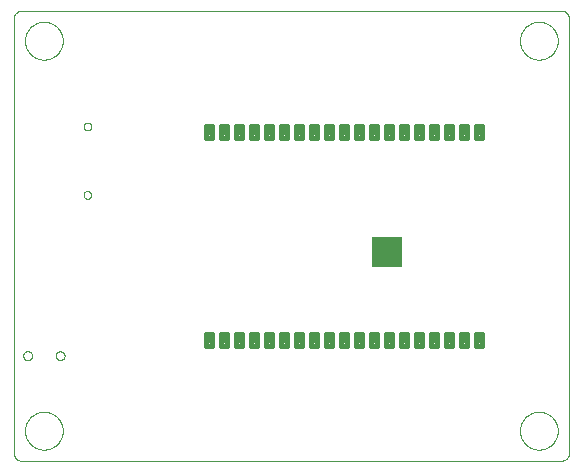
<source format=gbp>
G75*
%MOIN*%
%OFA0B0*%
%FSLAX25Y25*%
%IPPOS*%
%LPD*%
%AMOC8*
5,1,8,0,0,1.08239X$1,22.5*
%
%ADD10C,0.00000*%
%ADD11R,0.09965X0.09974*%
%ADD12C,0.01831*%
D10*
X0005343Y0035785D02*
X0185343Y0035785D01*
X0185441Y0035787D01*
X0185539Y0035793D01*
X0185637Y0035802D01*
X0185734Y0035816D01*
X0185831Y0035833D01*
X0185927Y0035854D01*
X0186022Y0035879D01*
X0186116Y0035907D01*
X0186208Y0035940D01*
X0186300Y0035975D01*
X0186390Y0036015D01*
X0186478Y0036057D01*
X0186565Y0036104D01*
X0186649Y0036153D01*
X0186732Y0036206D01*
X0186812Y0036262D01*
X0186891Y0036322D01*
X0186967Y0036384D01*
X0187040Y0036449D01*
X0187111Y0036517D01*
X0187179Y0036588D01*
X0187244Y0036661D01*
X0187306Y0036737D01*
X0187366Y0036816D01*
X0187422Y0036896D01*
X0187475Y0036979D01*
X0187524Y0037063D01*
X0187571Y0037150D01*
X0187613Y0037238D01*
X0187653Y0037328D01*
X0187688Y0037420D01*
X0187721Y0037512D01*
X0187749Y0037606D01*
X0187774Y0037701D01*
X0187795Y0037797D01*
X0187812Y0037894D01*
X0187826Y0037991D01*
X0187835Y0038089D01*
X0187841Y0038187D01*
X0187843Y0038285D01*
X0187843Y0183285D01*
X0187841Y0183383D01*
X0187835Y0183481D01*
X0187826Y0183579D01*
X0187812Y0183676D01*
X0187795Y0183773D01*
X0187774Y0183869D01*
X0187749Y0183964D01*
X0187721Y0184058D01*
X0187688Y0184150D01*
X0187653Y0184242D01*
X0187613Y0184332D01*
X0187571Y0184420D01*
X0187524Y0184507D01*
X0187475Y0184591D01*
X0187422Y0184674D01*
X0187366Y0184754D01*
X0187306Y0184833D01*
X0187244Y0184909D01*
X0187179Y0184982D01*
X0187111Y0185053D01*
X0187040Y0185121D01*
X0186967Y0185186D01*
X0186891Y0185248D01*
X0186812Y0185308D01*
X0186732Y0185364D01*
X0186649Y0185417D01*
X0186565Y0185466D01*
X0186478Y0185513D01*
X0186390Y0185555D01*
X0186300Y0185595D01*
X0186208Y0185630D01*
X0186116Y0185663D01*
X0186022Y0185691D01*
X0185927Y0185716D01*
X0185831Y0185737D01*
X0185734Y0185754D01*
X0185637Y0185768D01*
X0185539Y0185777D01*
X0185441Y0185783D01*
X0185343Y0185785D01*
X0005343Y0185785D01*
X0005245Y0185783D01*
X0005147Y0185777D01*
X0005049Y0185768D01*
X0004952Y0185754D01*
X0004855Y0185737D01*
X0004759Y0185716D01*
X0004664Y0185691D01*
X0004570Y0185663D01*
X0004478Y0185630D01*
X0004386Y0185595D01*
X0004296Y0185555D01*
X0004208Y0185513D01*
X0004121Y0185466D01*
X0004037Y0185417D01*
X0003954Y0185364D01*
X0003874Y0185308D01*
X0003795Y0185248D01*
X0003719Y0185186D01*
X0003646Y0185121D01*
X0003575Y0185053D01*
X0003507Y0184982D01*
X0003442Y0184909D01*
X0003380Y0184833D01*
X0003320Y0184754D01*
X0003264Y0184674D01*
X0003211Y0184591D01*
X0003162Y0184507D01*
X0003115Y0184420D01*
X0003073Y0184332D01*
X0003033Y0184242D01*
X0002998Y0184150D01*
X0002965Y0184058D01*
X0002937Y0183964D01*
X0002912Y0183869D01*
X0002891Y0183773D01*
X0002874Y0183676D01*
X0002860Y0183579D01*
X0002851Y0183481D01*
X0002845Y0183383D01*
X0002843Y0183285D01*
X0002843Y0038285D01*
X0002845Y0038187D01*
X0002851Y0038089D01*
X0002860Y0037991D01*
X0002874Y0037894D01*
X0002891Y0037797D01*
X0002912Y0037701D01*
X0002937Y0037606D01*
X0002965Y0037512D01*
X0002998Y0037420D01*
X0003033Y0037328D01*
X0003073Y0037238D01*
X0003115Y0037150D01*
X0003162Y0037063D01*
X0003211Y0036979D01*
X0003264Y0036896D01*
X0003320Y0036816D01*
X0003380Y0036737D01*
X0003442Y0036661D01*
X0003507Y0036588D01*
X0003575Y0036517D01*
X0003646Y0036449D01*
X0003719Y0036384D01*
X0003795Y0036322D01*
X0003874Y0036262D01*
X0003954Y0036206D01*
X0004037Y0036153D01*
X0004121Y0036104D01*
X0004208Y0036057D01*
X0004296Y0036015D01*
X0004386Y0035975D01*
X0004478Y0035940D01*
X0004570Y0035907D01*
X0004664Y0035879D01*
X0004759Y0035854D01*
X0004855Y0035833D01*
X0004952Y0035816D01*
X0005049Y0035802D01*
X0005147Y0035793D01*
X0005245Y0035787D01*
X0005343Y0035785D01*
X0006544Y0045785D02*
X0006546Y0045943D01*
X0006552Y0046101D01*
X0006562Y0046259D01*
X0006576Y0046417D01*
X0006594Y0046574D01*
X0006615Y0046731D01*
X0006641Y0046887D01*
X0006671Y0047043D01*
X0006704Y0047198D01*
X0006742Y0047351D01*
X0006783Y0047504D01*
X0006828Y0047656D01*
X0006877Y0047807D01*
X0006930Y0047956D01*
X0006986Y0048104D01*
X0007046Y0048250D01*
X0007110Y0048395D01*
X0007178Y0048538D01*
X0007249Y0048680D01*
X0007323Y0048820D01*
X0007401Y0048957D01*
X0007483Y0049093D01*
X0007567Y0049227D01*
X0007656Y0049358D01*
X0007747Y0049487D01*
X0007842Y0049614D01*
X0007939Y0049739D01*
X0008040Y0049861D01*
X0008144Y0049980D01*
X0008251Y0050097D01*
X0008361Y0050211D01*
X0008474Y0050322D01*
X0008589Y0050431D01*
X0008707Y0050536D01*
X0008828Y0050638D01*
X0008951Y0050738D01*
X0009077Y0050834D01*
X0009205Y0050927D01*
X0009335Y0051017D01*
X0009468Y0051103D01*
X0009603Y0051187D01*
X0009739Y0051266D01*
X0009878Y0051343D01*
X0010019Y0051415D01*
X0010161Y0051485D01*
X0010305Y0051550D01*
X0010451Y0051612D01*
X0010598Y0051670D01*
X0010747Y0051725D01*
X0010897Y0051776D01*
X0011048Y0051823D01*
X0011200Y0051866D01*
X0011353Y0051905D01*
X0011508Y0051941D01*
X0011663Y0051972D01*
X0011819Y0052000D01*
X0011975Y0052024D01*
X0012132Y0052044D01*
X0012290Y0052060D01*
X0012447Y0052072D01*
X0012606Y0052080D01*
X0012764Y0052084D01*
X0012922Y0052084D01*
X0013080Y0052080D01*
X0013239Y0052072D01*
X0013396Y0052060D01*
X0013554Y0052044D01*
X0013711Y0052024D01*
X0013867Y0052000D01*
X0014023Y0051972D01*
X0014178Y0051941D01*
X0014333Y0051905D01*
X0014486Y0051866D01*
X0014638Y0051823D01*
X0014789Y0051776D01*
X0014939Y0051725D01*
X0015088Y0051670D01*
X0015235Y0051612D01*
X0015381Y0051550D01*
X0015525Y0051485D01*
X0015667Y0051415D01*
X0015808Y0051343D01*
X0015947Y0051266D01*
X0016083Y0051187D01*
X0016218Y0051103D01*
X0016351Y0051017D01*
X0016481Y0050927D01*
X0016609Y0050834D01*
X0016735Y0050738D01*
X0016858Y0050638D01*
X0016979Y0050536D01*
X0017097Y0050431D01*
X0017212Y0050322D01*
X0017325Y0050211D01*
X0017435Y0050097D01*
X0017542Y0049980D01*
X0017646Y0049861D01*
X0017747Y0049739D01*
X0017844Y0049614D01*
X0017939Y0049487D01*
X0018030Y0049358D01*
X0018119Y0049227D01*
X0018203Y0049093D01*
X0018285Y0048957D01*
X0018363Y0048820D01*
X0018437Y0048680D01*
X0018508Y0048538D01*
X0018576Y0048395D01*
X0018640Y0048250D01*
X0018700Y0048104D01*
X0018756Y0047956D01*
X0018809Y0047807D01*
X0018858Y0047656D01*
X0018903Y0047504D01*
X0018944Y0047351D01*
X0018982Y0047198D01*
X0019015Y0047043D01*
X0019045Y0046887D01*
X0019071Y0046731D01*
X0019092Y0046574D01*
X0019110Y0046417D01*
X0019124Y0046259D01*
X0019134Y0046101D01*
X0019140Y0045943D01*
X0019142Y0045785D01*
X0019140Y0045627D01*
X0019134Y0045469D01*
X0019124Y0045311D01*
X0019110Y0045153D01*
X0019092Y0044996D01*
X0019071Y0044839D01*
X0019045Y0044683D01*
X0019015Y0044527D01*
X0018982Y0044372D01*
X0018944Y0044219D01*
X0018903Y0044066D01*
X0018858Y0043914D01*
X0018809Y0043763D01*
X0018756Y0043614D01*
X0018700Y0043466D01*
X0018640Y0043320D01*
X0018576Y0043175D01*
X0018508Y0043032D01*
X0018437Y0042890D01*
X0018363Y0042750D01*
X0018285Y0042613D01*
X0018203Y0042477D01*
X0018119Y0042343D01*
X0018030Y0042212D01*
X0017939Y0042083D01*
X0017844Y0041956D01*
X0017747Y0041831D01*
X0017646Y0041709D01*
X0017542Y0041590D01*
X0017435Y0041473D01*
X0017325Y0041359D01*
X0017212Y0041248D01*
X0017097Y0041139D01*
X0016979Y0041034D01*
X0016858Y0040932D01*
X0016735Y0040832D01*
X0016609Y0040736D01*
X0016481Y0040643D01*
X0016351Y0040553D01*
X0016218Y0040467D01*
X0016083Y0040383D01*
X0015947Y0040304D01*
X0015808Y0040227D01*
X0015667Y0040155D01*
X0015525Y0040085D01*
X0015381Y0040020D01*
X0015235Y0039958D01*
X0015088Y0039900D01*
X0014939Y0039845D01*
X0014789Y0039794D01*
X0014638Y0039747D01*
X0014486Y0039704D01*
X0014333Y0039665D01*
X0014178Y0039629D01*
X0014023Y0039598D01*
X0013867Y0039570D01*
X0013711Y0039546D01*
X0013554Y0039526D01*
X0013396Y0039510D01*
X0013239Y0039498D01*
X0013080Y0039490D01*
X0012922Y0039486D01*
X0012764Y0039486D01*
X0012606Y0039490D01*
X0012447Y0039498D01*
X0012290Y0039510D01*
X0012132Y0039526D01*
X0011975Y0039546D01*
X0011819Y0039570D01*
X0011663Y0039598D01*
X0011508Y0039629D01*
X0011353Y0039665D01*
X0011200Y0039704D01*
X0011048Y0039747D01*
X0010897Y0039794D01*
X0010747Y0039845D01*
X0010598Y0039900D01*
X0010451Y0039958D01*
X0010305Y0040020D01*
X0010161Y0040085D01*
X0010019Y0040155D01*
X0009878Y0040227D01*
X0009739Y0040304D01*
X0009603Y0040383D01*
X0009468Y0040467D01*
X0009335Y0040553D01*
X0009205Y0040643D01*
X0009077Y0040736D01*
X0008951Y0040832D01*
X0008828Y0040932D01*
X0008707Y0041034D01*
X0008589Y0041139D01*
X0008474Y0041248D01*
X0008361Y0041359D01*
X0008251Y0041473D01*
X0008144Y0041590D01*
X0008040Y0041709D01*
X0007939Y0041831D01*
X0007842Y0041956D01*
X0007747Y0042083D01*
X0007656Y0042212D01*
X0007567Y0042343D01*
X0007483Y0042477D01*
X0007401Y0042613D01*
X0007323Y0042750D01*
X0007249Y0042890D01*
X0007178Y0043032D01*
X0007110Y0043175D01*
X0007046Y0043320D01*
X0006986Y0043466D01*
X0006930Y0043614D01*
X0006877Y0043763D01*
X0006828Y0043914D01*
X0006783Y0044066D01*
X0006742Y0044219D01*
X0006704Y0044372D01*
X0006671Y0044527D01*
X0006641Y0044683D01*
X0006615Y0044839D01*
X0006594Y0044996D01*
X0006576Y0045153D01*
X0006562Y0045311D01*
X0006552Y0045469D01*
X0006546Y0045627D01*
X0006544Y0045785D01*
X0005953Y0070785D02*
X0005955Y0070862D01*
X0005961Y0070938D01*
X0005971Y0071014D01*
X0005985Y0071089D01*
X0006002Y0071164D01*
X0006024Y0071237D01*
X0006049Y0071310D01*
X0006079Y0071381D01*
X0006111Y0071450D01*
X0006148Y0071517D01*
X0006187Y0071583D01*
X0006230Y0071646D01*
X0006277Y0071707D01*
X0006326Y0071766D01*
X0006379Y0071822D01*
X0006434Y0071875D01*
X0006492Y0071925D01*
X0006552Y0071972D01*
X0006615Y0072016D01*
X0006680Y0072057D01*
X0006747Y0072094D01*
X0006816Y0072128D01*
X0006886Y0072158D01*
X0006958Y0072184D01*
X0007032Y0072206D01*
X0007106Y0072225D01*
X0007181Y0072240D01*
X0007257Y0072251D01*
X0007333Y0072258D01*
X0007410Y0072261D01*
X0007486Y0072260D01*
X0007563Y0072255D01*
X0007639Y0072246D01*
X0007715Y0072233D01*
X0007789Y0072216D01*
X0007863Y0072196D01*
X0007936Y0072171D01*
X0008007Y0072143D01*
X0008077Y0072111D01*
X0008145Y0072076D01*
X0008211Y0072037D01*
X0008275Y0071995D01*
X0008336Y0071949D01*
X0008396Y0071900D01*
X0008452Y0071849D01*
X0008506Y0071794D01*
X0008557Y0071737D01*
X0008605Y0071677D01*
X0008650Y0071615D01*
X0008691Y0071550D01*
X0008729Y0071484D01*
X0008764Y0071416D01*
X0008794Y0071345D01*
X0008822Y0071274D01*
X0008845Y0071201D01*
X0008865Y0071127D01*
X0008881Y0071052D01*
X0008893Y0070976D01*
X0008901Y0070900D01*
X0008905Y0070823D01*
X0008905Y0070747D01*
X0008901Y0070670D01*
X0008893Y0070594D01*
X0008881Y0070518D01*
X0008865Y0070443D01*
X0008845Y0070369D01*
X0008822Y0070296D01*
X0008794Y0070225D01*
X0008764Y0070154D01*
X0008729Y0070086D01*
X0008691Y0070020D01*
X0008650Y0069955D01*
X0008605Y0069893D01*
X0008557Y0069833D01*
X0008506Y0069776D01*
X0008452Y0069721D01*
X0008396Y0069670D01*
X0008336Y0069621D01*
X0008275Y0069575D01*
X0008211Y0069533D01*
X0008145Y0069494D01*
X0008077Y0069459D01*
X0008007Y0069427D01*
X0007936Y0069399D01*
X0007863Y0069374D01*
X0007789Y0069354D01*
X0007715Y0069337D01*
X0007639Y0069324D01*
X0007563Y0069315D01*
X0007486Y0069310D01*
X0007410Y0069309D01*
X0007333Y0069312D01*
X0007257Y0069319D01*
X0007181Y0069330D01*
X0007106Y0069345D01*
X0007032Y0069364D01*
X0006958Y0069386D01*
X0006886Y0069412D01*
X0006816Y0069442D01*
X0006747Y0069476D01*
X0006680Y0069513D01*
X0006615Y0069554D01*
X0006552Y0069598D01*
X0006492Y0069645D01*
X0006434Y0069695D01*
X0006379Y0069748D01*
X0006326Y0069804D01*
X0006277Y0069863D01*
X0006230Y0069924D01*
X0006187Y0069987D01*
X0006148Y0070053D01*
X0006111Y0070120D01*
X0006079Y0070189D01*
X0006049Y0070260D01*
X0006024Y0070333D01*
X0006002Y0070406D01*
X0005985Y0070481D01*
X0005971Y0070556D01*
X0005961Y0070632D01*
X0005955Y0070708D01*
X0005953Y0070785D01*
X0016780Y0070785D02*
X0016782Y0070862D01*
X0016788Y0070938D01*
X0016798Y0071014D01*
X0016812Y0071089D01*
X0016829Y0071164D01*
X0016851Y0071237D01*
X0016876Y0071310D01*
X0016906Y0071381D01*
X0016938Y0071450D01*
X0016975Y0071517D01*
X0017014Y0071583D01*
X0017057Y0071646D01*
X0017104Y0071707D01*
X0017153Y0071766D01*
X0017206Y0071822D01*
X0017261Y0071875D01*
X0017319Y0071925D01*
X0017379Y0071972D01*
X0017442Y0072016D01*
X0017507Y0072057D01*
X0017574Y0072094D01*
X0017643Y0072128D01*
X0017713Y0072158D01*
X0017785Y0072184D01*
X0017859Y0072206D01*
X0017933Y0072225D01*
X0018008Y0072240D01*
X0018084Y0072251D01*
X0018160Y0072258D01*
X0018237Y0072261D01*
X0018313Y0072260D01*
X0018390Y0072255D01*
X0018466Y0072246D01*
X0018542Y0072233D01*
X0018616Y0072216D01*
X0018690Y0072196D01*
X0018763Y0072171D01*
X0018834Y0072143D01*
X0018904Y0072111D01*
X0018972Y0072076D01*
X0019038Y0072037D01*
X0019102Y0071995D01*
X0019163Y0071949D01*
X0019223Y0071900D01*
X0019279Y0071849D01*
X0019333Y0071794D01*
X0019384Y0071737D01*
X0019432Y0071677D01*
X0019477Y0071615D01*
X0019518Y0071550D01*
X0019556Y0071484D01*
X0019591Y0071416D01*
X0019621Y0071345D01*
X0019649Y0071274D01*
X0019672Y0071201D01*
X0019692Y0071127D01*
X0019708Y0071052D01*
X0019720Y0070976D01*
X0019728Y0070900D01*
X0019732Y0070823D01*
X0019732Y0070747D01*
X0019728Y0070670D01*
X0019720Y0070594D01*
X0019708Y0070518D01*
X0019692Y0070443D01*
X0019672Y0070369D01*
X0019649Y0070296D01*
X0019621Y0070225D01*
X0019591Y0070154D01*
X0019556Y0070086D01*
X0019518Y0070020D01*
X0019477Y0069955D01*
X0019432Y0069893D01*
X0019384Y0069833D01*
X0019333Y0069776D01*
X0019279Y0069721D01*
X0019223Y0069670D01*
X0019163Y0069621D01*
X0019102Y0069575D01*
X0019038Y0069533D01*
X0018972Y0069494D01*
X0018904Y0069459D01*
X0018834Y0069427D01*
X0018763Y0069399D01*
X0018690Y0069374D01*
X0018616Y0069354D01*
X0018542Y0069337D01*
X0018466Y0069324D01*
X0018390Y0069315D01*
X0018313Y0069310D01*
X0018237Y0069309D01*
X0018160Y0069312D01*
X0018084Y0069319D01*
X0018008Y0069330D01*
X0017933Y0069345D01*
X0017859Y0069364D01*
X0017785Y0069386D01*
X0017713Y0069412D01*
X0017643Y0069442D01*
X0017574Y0069476D01*
X0017507Y0069513D01*
X0017442Y0069554D01*
X0017379Y0069598D01*
X0017319Y0069645D01*
X0017261Y0069695D01*
X0017206Y0069748D01*
X0017153Y0069804D01*
X0017104Y0069863D01*
X0017057Y0069924D01*
X0017014Y0069987D01*
X0016975Y0070053D01*
X0016938Y0070120D01*
X0016906Y0070189D01*
X0016876Y0070260D01*
X0016851Y0070333D01*
X0016829Y0070406D01*
X0016812Y0070481D01*
X0016798Y0070556D01*
X0016788Y0070632D01*
X0016782Y0070708D01*
X0016780Y0070785D01*
X0026051Y0124407D02*
X0026053Y0124478D01*
X0026059Y0124549D01*
X0026069Y0124620D01*
X0026083Y0124689D01*
X0026100Y0124758D01*
X0026122Y0124826D01*
X0026147Y0124893D01*
X0026176Y0124958D01*
X0026208Y0125021D01*
X0026244Y0125083D01*
X0026283Y0125142D01*
X0026326Y0125199D01*
X0026371Y0125254D01*
X0026420Y0125306D01*
X0026471Y0125355D01*
X0026525Y0125401D01*
X0026582Y0125445D01*
X0026640Y0125485D01*
X0026701Y0125521D01*
X0026764Y0125555D01*
X0026829Y0125584D01*
X0026895Y0125610D01*
X0026963Y0125633D01*
X0027031Y0125651D01*
X0027101Y0125666D01*
X0027171Y0125677D01*
X0027242Y0125684D01*
X0027313Y0125687D01*
X0027384Y0125686D01*
X0027455Y0125681D01*
X0027526Y0125672D01*
X0027596Y0125659D01*
X0027665Y0125643D01*
X0027733Y0125622D01*
X0027800Y0125598D01*
X0027866Y0125570D01*
X0027929Y0125538D01*
X0027991Y0125503D01*
X0028051Y0125465D01*
X0028109Y0125423D01*
X0028164Y0125379D01*
X0028217Y0125331D01*
X0028267Y0125280D01*
X0028314Y0125227D01*
X0028358Y0125171D01*
X0028399Y0125113D01*
X0028437Y0125052D01*
X0028471Y0124990D01*
X0028501Y0124925D01*
X0028528Y0124860D01*
X0028552Y0124792D01*
X0028571Y0124724D01*
X0028587Y0124655D01*
X0028599Y0124584D01*
X0028607Y0124514D01*
X0028611Y0124443D01*
X0028611Y0124371D01*
X0028607Y0124300D01*
X0028599Y0124230D01*
X0028587Y0124159D01*
X0028571Y0124090D01*
X0028552Y0124022D01*
X0028528Y0123954D01*
X0028501Y0123889D01*
X0028471Y0123824D01*
X0028437Y0123762D01*
X0028399Y0123701D01*
X0028358Y0123643D01*
X0028314Y0123587D01*
X0028267Y0123534D01*
X0028217Y0123483D01*
X0028164Y0123435D01*
X0028109Y0123391D01*
X0028051Y0123349D01*
X0027991Y0123311D01*
X0027929Y0123276D01*
X0027866Y0123244D01*
X0027800Y0123216D01*
X0027733Y0123192D01*
X0027665Y0123171D01*
X0027596Y0123155D01*
X0027526Y0123142D01*
X0027455Y0123133D01*
X0027384Y0123128D01*
X0027313Y0123127D01*
X0027242Y0123130D01*
X0027171Y0123137D01*
X0027101Y0123148D01*
X0027031Y0123163D01*
X0026963Y0123181D01*
X0026895Y0123204D01*
X0026829Y0123230D01*
X0026764Y0123259D01*
X0026701Y0123293D01*
X0026640Y0123329D01*
X0026582Y0123369D01*
X0026525Y0123413D01*
X0026471Y0123459D01*
X0026420Y0123508D01*
X0026371Y0123560D01*
X0026326Y0123615D01*
X0026283Y0123672D01*
X0026244Y0123731D01*
X0026208Y0123793D01*
X0026176Y0123856D01*
X0026147Y0123921D01*
X0026122Y0123988D01*
X0026100Y0124056D01*
X0026083Y0124125D01*
X0026069Y0124194D01*
X0026059Y0124265D01*
X0026053Y0124336D01*
X0026051Y0124407D01*
X0026051Y0147163D02*
X0026053Y0147234D01*
X0026059Y0147305D01*
X0026069Y0147376D01*
X0026083Y0147445D01*
X0026100Y0147514D01*
X0026122Y0147582D01*
X0026147Y0147649D01*
X0026176Y0147714D01*
X0026208Y0147777D01*
X0026244Y0147839D01*
X0026283Y0147898D01*
X0026326Y0147955D01*
X0026371Y0148010D01*
X0026420Y0148062D01*
X0026471Y0148111D01*
X0026525Y0148157D01*
X0026582Y0148201D01*
X0026640Y0148241D01*
X0026701Y0148277D01*
X0026764Y0148311D01*
X0026829Y0148340D01*
X0026895Y0148366D01*
X0026963Y0148389D01*
X0027031Y0148407D01*
X0027101Y0148422D01*
X0027171Y0148433D01*
X0027242Y0148440D01*
X0027313Y0148443D01*
X0027384Y0148442D01*
X0027455Y0148437D01*
X0027526Y0148428D01*
X0027596Y0148415D01*
X0027665Y0148399D01*
X0027733Y0148378D01*
X0027800Y0148354D01*
X0027866Y0148326D01*
X0027929Y0148294D01*
X0027991Y0148259D01*
X0028051Y0148221D01*
X0028109Y0148179D01*
X0028164Y0148135D01*
X0028217Y0148087D01*
X0028267Y0148036D01*
X0028314Y0147983D01*
X0028358Y0147927D01*
X0028399Y0147869D01*
X0028437Y0147808D01*
X0028471Y0147746D01*
X0028501Y0147681D01*
X0028528Y0147616D01*
X0028552Y0147548D01*
X0028571Y0147480D01*
X0028587Y0147411D01*
X0028599Y0147340D01*
X0028607Y0147270D01*
X0028611Y0147199D01*
X0028611Y0147127D01*
X0028607Y0147056D01*
X0028599Y0146986D01*
X0028587Y0146915D01*
X0028571Y0146846D01*
X0028552Y0146778D01*
X0028528Y0146710D01*
X0028501Y0146645D01*
X0028471Y0146580D01*
X0028437Y0146518D01*
X0028399Y0146457D01*
X0028358Y0146399D01*
X0028314Y0146343D01*
X0028267Y0146290D01*
X0028217Y0146239D01*
X0028164Y0146191D01*
X0028109Y0146147D01*
X0028051Y0146105D01*
X0027991Y0146067D01*
X0027929Y0146032D01*
X0027866Y0146000D01*
X0027800Y0145972D01*
X0027733Y0145948D01*
X0027665Y0145927D01*
X0027596Y0145911D01*
X0027526Y0145898D01*
X0027455Y0145889D01*
X0027384Y0145884D01*
X0027313Y0145883D01*
X0027242Y0145886D01*
X0027171Y0145893D01*
X0027101Y0145904D01*
X0027031Y0145919D01*
X0026963Y0145937D01*
X0026895Y0145960D01*
X0026829Y0145986D01*
X0026764Y0146015D01*
X0026701Y0146049D01*
X0026640Y0146085D01*
X0026582Y0146125D01*
X0026525Y0146169D01*
X0026471Y0146215D01*
X0026420Y0146264D01*
X0026371Y0146316D01*
X0026326Y0146371D01*
X0026283Y0146428D01*
X0026244Y0146487D01*
X0026208Y0146549D01*
X0026176Y0146612D01*
X0026147Y0146677D01*
X0026122Y0146744D01*
X0026100Y0146812D01*
X0026083Y0146881D01*
X0026069Y0146950D01*
X0026059Y0147021D01*
X0026053Y0147092D01*
X0026051Y0147163D01*
X0006544Y0175785D02*
X0006546Y0175943D01*
X0006552Y0176101D01*
X0006562Y0176259D01*
X0006576Y0176417D01*
X0006594Y0176574D01*
X0006615Y0176731D01*
X0006641Y0176887D01*
X0006671Y0177043D01*
X0006704Y0177198D01*
X0006742Y0177351D01*
X0006783Y0177504D01*
X0006828Y0177656D01*
X0006877Y0177807D01*
X0006930Y0177956D01*
X0006986Y0178104D01*
X0007046Y0178250D01*
X0007110Y0178395D01*
X0007178Y0178538D01*
X0007249Y0178680D01*
X0007323Y0178820D01*
X0007401Y0178957D01*
X0007483Y0179093D01*
X0007567Y0179227D01*
X0007656Y0179358D01*
X0007747Y0179487D01*
X0007842Y0179614D01*
X0007939Y0179739D01*
X0008040Y0179861D01*
X0008144Y0179980D01*
X0008251Y0180097D01*
X0008361Y0180211D01*
X0008474Y0180322D01*
X0008589Y0180431D01*
X0008707Y0180536D01*
X0008828Y0180638D01*
X0008951Y0180738D01*
X0009077Y0180834D01*
X0009205Y0180927D01*
X0009335Y0181017D01*
X0009468Y0181103D01*
X0009603Y0181187D01*
X0009739Y0181266D01*
X0009878Y0181343D01*
X0010019Y0181415D01*
X0010161Y0181485D01*
X0010305Y0181550D01*
X0010451Y0181612D01*
X0010598Y0181670D01*
X0010747Y0181725D01*
X0010897Y0181776D01*
X0011048Y0181823D01*
X0011200Y0181866D01*
X0011353Y0181905D01*
X0011508Y0181941D01*
X0011663Y0181972D01*
X0011819Y0182000D01*
X0011975Y0182024D01*
X0012132Y0182044D01*
X0012290Y0182060D01*
X0012447Y0182072D01*
X0012606Y0182080D01*
X0012764Y0182084D01*
X0012922Y0182084D01*
X0013080Y0182080D01*
X0013239Y0182072D01*
X0013396Y0182060D01*
X0013554Y0182044D01*
X0013711Y0182024D01*
X0013867Y0182000D01*
X0014023Y0181972D01*
X0014178Y0181941D01*
X0014333Y0181905D01*
X0014486Y0181866D01*
X0014638Y0181823D01*
X0014789Y0181776D01*
X0014939Y0181725D01*
X0015088Y0181670D01*
X0015235Y0181612D01*
X0015381Y0181550D01*
X0015525Y0181485D01*
X0015667Y0181415D01*
X0015808Y0181343D01*
X0015947Y0181266D01*
X0016083Y0181187D01*
X0016218Y0181103D01*
X0016351Y0181017D01*
X0016481Y0180927D01*
X0016609Y0180834D01*
X0016735Y0180738D01*
X0016858Y0180638D01*
X0016979Y0180536D01*
X0017097Y0180431D01*
X0017212Y0180322D01*
X0017325Y0180211D01*
X0017435Y0180097D01*
X0017542Y0179980D01*
X0017646Y0179861D01*
X0017747Y0179739D01*
X0017844Y0179614D01*
X0017939Y0179487D01*
X0018030Y0179358D01*
X0018119Y0179227D01*
X0018203Y0179093D01*
X0018285Y0178957D01*
X0018363Y0178820D01*
X0018437Y0178680D01*
X0018508Y0178538D01*
X0018576Y0178395D01*
X0018640Y0178250D01*
X0018700Y0178104D01*
X0018756Y0177956D01*
X0018809Y0177807D01*
X0018858Y0177656D01*
X0018903Y0177504D01*
X0018944Y0177351D01*
X0018982Y0177198D01*
X0019015Y0177043D01*
X0019045Y0176887D01*
X0019071Y0176731D01*
X0019092Y0176574D01*
X0019110Y0176417D01*
X0019124Y0176259D01*
X0019134Y0176101D01*
X0019140Y0175943D01*
X0019142Y0175785D01*
X0019140Y0175627D01*
X0019134Y0175469D01*
X0019124Y0175311D01*
X0019110Y0175153D01*
X0019092Y0174996D01*
X0019071Y0174839D01*
X0019045Y0174683D01*
X0019015Y0174527D01*
X0018982Y0174372D01*
X0018944Y0174219D01*
X0018903Y0174066D01*
X0018858Y0173914D01*
X0018809Y0173763D01*
X0018756Y0173614D01*
X0018700Y0173466D01*
X0018640Y0173320D01*
X0018576Y0173175D01*
X0018508Y0173032D01*
X0018437Y0172890D01*
X0018363Y0172750D01*
X0018285Y0172613D01*
X0018203Y0172477D01*
X0018119Y0172343D01*
X0018030Y0172212D01*
X0017939Y0172083D01*
X0017844Y0171956D01*
X0017747Y0171831D01*
X0017646Y0171709D01*
X0017542Y0171590D01*
X0017435Y0171473D01*
X0017325Y0171359D01*
X0017212Y0171248D01*
X0017097Y0171139D01*
X0016979Y0171034D01*
X0016858Y0170932D01*
X0016735Y0170832D01*
X0016609Y0170736D01*
X0016481Y0170643D01*
X0016351Y0170553D01*
X0016218Y0170467D01*
X0016083Y0170383D01*
X0015947Y0170304D01*
X0015808Y0170227D01*
X0015667Y0170155D01*
X0015525Y0170085D01*
X0015381Y0170020D01*
X0015235Y0169958D01*
X0015088Y0169900D01*
X0014939Y0169845D01*
X0014789Y0169794D01*
X0014638Y0169747D01*
X0014486Y0169704D01*
X0014333Y0169665D01*
X0014178Y0169629D01*
X0014023Y0169598D01*
X0013867Y0169570D01*
X0013711Y0169546D01*
X0013554Y0169526D01*
X0013396Y0169510D01*
X0013239Y0169498D01*
X0013080Y0169490D01*
X0012922Y0169486D01*
X0012764Y0169486D01*
X0012606Y0169490D01*
X0012447Y0169498D01*
X0012290Y0169510D01*
X0012132Y0169526D01*
X0011975Y0169546D01*
X0011819Y0169570D01*
X0011663Y0169598D01*
X0011508Y0169629D01*
X0011353Y0169665D01*
X0011200Y0169704D01*
X0011048Y0169747D01*
X0010897Y0169794D01*
X0010747Y0169845D01*
X0010598Y0169900D01*
X0010451Y0169958D01*
X0010305Y0170020D01*
X0010161Y0170085D01*
X0010019Y0170155D01*
X0009878Y0170227D01*
X0009739Y0170304D01*
X0009603Y0170383D01*
X0009468Y0170467D01*
X0009335Y0170553D01*
X0009205Y0170643D01*
X0009077Y0170736D01*
X0008951Y0170832D01*
X0008828Y0170932D01*
X0008707Y0171034D01*
X0008589Y0171139D01*
X0008474Y0171248D01*
X0008361Y0171359D01*
X0008251Y0171473D01*
X0008144Y0171590D01*
X0008040Y0171709D01*
X0007939Y0171831D01*
X0007842Y0171956D01*
X0007747Y0172083D01*
X0007656Y0172212D01*
X0007567Y0172343D01*
X0007483Y0172477D01*
X0007401Y0172613D01*
X0007323Y0172750D01*
X0007249Y0172890D01*
X0007178Y0173032D01*
X0007110Y0173175D01*
X0007046Y0173320D01*
X0006986Y0173466D01*
X0006930Y0173614D01*
X0006877Y0173763D01*
X0006828Y0173914D01*
X0006783Y0174066D01*
X0006742Y0174219D01*
X0006704Y0174372D01*
X0006671Y0174527D01*
X0006641Y0174683D01*
X0006615Y0174839D01*
X0006594Y0174996D01*
X0006576Y0175153D01*
X0006562Y0175311D01*
X0006552Y0175469D01*
X0006546Y0175627D01*
X0006544Y0175785D01*
X0171544Y0175785D02*
X0171546Y0175943D01*
X0171552Y0176101D01*
X0171562Y0176259D01*
X0171576Y0176417D01*
X0171594Y0176574D01*
X0171615Y0176731D01*
X0171641Y0176887D01*
X0171671Y0177043D01*
X0171704Y0177198D01*
X0171742Y0177351D01*
X0171783Y0177504D01*
X0171828Y0177656D01*
X0171877Y0177807D01*
X0171930Y0177956D01*
X0171986Y0178104D01*
X0172046Y0178250D01*
X0172110Y0178395D01*
X0172178Y0178538D01*
X0172249Y0178680D01*
X0172323Y0178820D01*
X0172401Y0178957D01*
X0172483Y0179093D01*
X0172567Y0179227D01*
X0172656Y0179358D01*
X0172747Y0179487D01*
X0172842Y0179614D01*
X0172939Y0179739D01*
X0173040Y0179861D01*
X0173144Y0179980D01*
X0173251Y0180097D01*
X0173361Y0180211D01*
X0173474Y0180322D01*
X0173589Y0180431D01*
X0173707Y0180536D01*
X0173828Y0180638D01*
X0173951Y0180738D01*
X0174077Y0180834D01*
X0174205Y0180927D01*
X0174335Y0181017D01*
X0174468Y0181103D01*
X0174603Y0181187D01*
X0174739Y0181266D01*
X0174878Y0181343D01*
X0175019Y0181415D01*
X0175161Y0181485D01*
X0175305Y0181550D01*
X0175451Y0181612D01*
X0175598Y0181670D01*
X0175747Y0181725D01*
X0175897Y0181776D01*
X0176048Y0181823D01*
X0176200Y0181866D01*
X0176353Y0181905D01*
X0176508Y0181941D01*
X0176663Y0181972D01*
X0176819Y0182000D01*
X0176975Y0182024D01*
X0177132Y0182044D01*
X0177290Y0182060D01*
X0177447Y0182072D01*
X0177606Y0182080D01*
X0177764Y0182084D01*
X0177922Y0182084D01*
X0178080Y0182080D01*
X0178239Y0182072D01*
X0178396Y0182060D01*
X0178554Y0182044D01*
X0178711Y0182024D01*
X0178867Y0182000D01*
X0179023Y0181972D01*
X0179178Y0181941D01*
X0179333Y0181905D01*
X0179486Y0181866D01*
X0179638Y0181823D01*
X0179789Y0181776D01*
X0179939Y0181725D01*
X0180088Y0181670D01*
X0180235Y0181612D01*
X0180381Y0181550D01*
X0180525Y0181485D01*
X0180667Y0181415D01*
X0180808Y0181343D01*
X0180947Y0181266D01*
X0181083Y0181187D01*
X0181218Y0181103D01*
X0181351Y0181017D01*
X0181481Y0180927D01*
X0181609Y0180834D01*
X0181735Y0180738D01*
X0181858Y0180638D01*
X0181979Y0180536D01*
X0182097Y0180431D01*
X0182212Y0180322D01*
X0182325Y0180211D01*
X0182435Y0180097D01*
X0182542Y0179980D01*
X0182646Y0179861D01*
X0182747Y0179739D01*
X0182844Y0179614D01*
X0182939Y0179487D01*
X0183030Y0179358D01*
X0183119Y0179227D01*
X0183203Y0179093D01*
X0183285Y0178957D01*
X0183363Y0178820D01*
X0183437Y0178680D01*
X0183508Y0178538D01*
X0183576Y0178395D01*
X0183640Y0178250D01*
X0183700Y0178104D01*
X0183756Y0177956D01*
X0183809Y0177807D01*
X0183858Y0177656D01*
X0183903Y0177504D01*
X0183944Y0177351D01*
X0183982Y0177198D01*
X0184015Y0177043D01*
X0184045Y0176887D01*
X0184071Y0176731D01*
X0184092Y0176574D01*
X0184110Y0176417D01*
X0184124Y0176259D01*
X0184134Y0176101D01*
X0184140Y0175943D01*
X0184142Y0175785D01*
X0184140Y0175627D01*
X0184134Y0175469D01*
X0184124Y0175311D01*
X0184110Y0175153D01*
X0184092Y0174996D01*
X0184071Y0174839D01*
X0184045Y0174683D01*
X0184015Y0174527D01*
X0183982Y0174372D01*
X0183944Y0174219D01*
X0183903Y0174066D01*
X0183858Y0173914D01*
X0183809Y0173763D01*
X0183756Y0173614D01*
X0183700Y0173466D01*
X0183640Y0173320D01*
X0183576Y0173175D01*
X0183508Y0173032D01*
X0183437Y0172890D01*
X0183363Y0172750D01*
X0183285Y0172613D01*
X0183203Y0172477D01*
X0183119Y0172343D01*
X0183030Y0172212D01*
X0182939Y0172083D01*
X0182844Y0171956D01*
X0182747Y0171831D01*
X0182646Y0171709D01*
X0182542Y0171590D01*
X0182435Y0171473D01*
X0182325Y0171359D01*
X0182212Y0171248D01*
X0182097Y0171139D01*
X0181979Y0171034D01*
X0181858Y0170932D01*
X0181735Y0170832D01*
X0181609Y0170736D01*
X0181481Y0170643D01*
X0181351Y0170553D01*
X0181218Y0170467D01*
X0181083Y0170383D01*
X0180947Y0170304D01*
X0180808Y0170227D01*
X0180667Y0170155D01*
X0180525Y0170085D01*
X0180381Y0170020D01*
X0180235Y0169958D01*
X0180088Y0169900D01*
X0179939Y0169845D01*
X0179789Y0169794D01*
X0179638Y0169747D01*
X0179486Y0169704D01*
X0179333Y0169665D01*
X0179178Y0169629D01*
X0179023Y0169598D01*
X0178867Y0169570D01*
X0178711Y0169546D01*
X0178554Y0169526D01*
X0178396Y0169510D01*
X0178239Y0169498D01*
X0178080Y0169490D01*
X0177922Y0169486D01*
X0177764Y0169486D01*
X0177606Y0169490D01*
X0177447Y0169498D01*
X0177290Y0169510D01*
X0177132Y0169526D01*
X0176975Y0169546D01*
X0176819Y0169570D01*
X0176663Y0169598D01*
X0176508Y0169629D01*
X0176353Y0169665D01*
X0176200Y0169704D01*
X0176048Y0169747D01*
X0175897Y0169794D01*
X0175747Y0169845D01*
X0175598Y0169900D01*
X0175451Y0169958D01*
X0175305Y0170020D01*
X0175161Y0170085D01*
X0175019Y0170155D01*
X0174878Y0170227D01*
X0174739Y0170304D01*
X0174603Y0170383D01*
X0174468Y0170467D01*
X0174335Y0170553D01*
X0174205Y0170643D01*
X0174077Y0170736D01*
X0173951Y0170832D01*
X0173828Y0170932D01*
X0173707Y0171034D01*
X0173589Y0171139D01*
X0173474Y0171248D01*
X0173361Y0171359D01*
X0173251Y0171473D01*
X0173144Y0171590D01*
X0173040Y0171709D01*
X0172939Y0171831D01*
X0172842Y0171956D01*
X0172747Y0172083D01*
X0172656Y0172212D01*
X0172567Y0172343D01*
X0172483Y0172477D01*
X0172401Y0172613D01*
X0172323Y0172750D01*
X0172249Y0172890D01*
X0172178Y0173032D01*
X0172110Y0173175D01*
X0172046Y0173320D01*
X0171986Y0173466D01*
X0171930Y0173614D01*
X0171877Y0173763D01*
X0171828Y0173914D01*
X0171783Y0174066D01*
X0171742Y0174219D01*
X0171704Y0174372D01*
X0171671Y0174527D01*
X0171641Y0174683D01*
X0171615Y0174839D01*
X0171594Y0174996D01*
X0171576Y0175153D01*
X0171562Y0175311D01*
X0171552Y0175469D01*
X0171546Y0175627D01*
X0171544Y0175785D01*
X0171544Y0045785D02*
X0171546Y0045943D01*
X0171552Y0046101D01*
X0171562Y0046259D01*
X0171576Y0046417D01*
X0171594Y0046574D01*
X0171615Y0046731D01*
X0171641Y0046887D01*
X0171671Y0047043D01*
X0171704Y0047198D01*
X0171742Y0047351D01*
X0171783Y0047504D01*
X0171828Y0047656D01*
X0171877Y0047807D01*
X0171930Y0047956D01*
X0171986Y0048104D01*
X0172046Y0048250D01*
X0172110Y0048395D01*
X0172178Y0048538D01*
X0172249Y0048680D01*
X0172323Y0048820D01*
X0172401Y0048957D01*
X0172483Y0049093D01*
X0172567Y0049227D01*
X0172656Y0049358D01*
X0172747Y0049487D01*
X0172842Y0049614D01*
X0172939Y0049739D01*
X0173040Y0049861D01*
X0173144Y0049980D01*
X0173251Y0050097D01*
X0173361Y0050211D01*
X0173474Y0050322D01*
X0173589Y0050431D01*
X0173707Y0050536D01*
X0173828Y0050638D01*
X0173951Y0050738D01*
X0174077Y0050834D01*
X0174205Y0050927D01*
X0174335Y0051017D01*
X0174468Y0051103D01*
X0174603Y0051187D01*
X0174739Y0051266D01*
X0174878Y0051343D01*
X0175019Y0051415D01*
X0175161Y0051485D01*
X0175305Y0051550D01*
X0175451Y0051612D01*
X0175598Y0051670D01*
X0175747Y0051725D01*
X0175897Y0051776D01*
X0176048Y0051823D01*
X0176200Y0051866D01*
X0176353Y0051905D01*
X0176508Y0051941D01*
X0176663Y0051972D01*
X0176819Y0052000D01*
X0176975Y0052024D01*
X0177132Y0052044D01*
X0177290Y0052060D01*
X0177447Y0052072D01*
X0177606Y0052080D01*
X0177764Y0052084D01*
X0177922Y0052084D01*
X0178080Y0052080D01*
X0178239Y0052072D01*
X0178396Y0052060D01*
X0178554Y0052044D01*
X0178711Y0052024D01*
X0178867Y0052000D01*
X0179023Y0051972D01*
X0179178Y0051941D01*
X0179333Y0051905D01*
X0179486Y0051866D01*
X0179638Y0051823D01*
X0179789Y0051776D01*
X0179939Y0051725D01*
X0180088Y0051670D01*
X0180235Y0051612D01*
X0180381Y0051550D01*
X0180525Y0051485D01*
X0180667Y0051415D01*
X0180808Y0051343D01*
X0180947Y0051266D01*
X0181083Y0051187D01*
X0181218Y0051103D01*
X0181351Y0051017D01*
X0181481Y0050927D01*
X0181609Y0050834D01*
X0181735Y0050738D01*
X0181858Y0050638D01*
X0181979Y0050536D01*
X0182097Y0050431D01*
X0182212Y0050322D01*
X0182325Y0050211D01*
X0182435Y0050097D01*
X0182542Y0049980D01*
X0182646Y0049861D01*
X0182747Y0049739D01*
X0182844Y0049614D01*
X0182939Y0049487D01*
X0183030Y0049358D01*
X0183119Y0049227D01*
X0183203Y0049093D01*
X0183285Y0048957D01*
X0183363Y0048820D01*
X0183437Y0048680D01*
X0183508Y0048538D01*
X0183576Y0048395D01*
X0183640Y0048250D01*
X0183700Y0048104D01*
X0183756Y0047956D01*
X0183809Y0047807D01*
X0183858Y0047656D01*
X0183903Y0047504D01*
X0183944Y0047351D01*
X0183982Y0047198D01*
X0184015Y0047043D01*
X0184045Y0046887D01*
X0184071Y0046731D01*
X0184092Y0046574D01*
X0184110Y0046417D01*
X0184124Y0046259D01*
X0184134Y0046101D01*
X0184140Y0045943D01*
X0184142Y0045785D01*
X0184140Y0045627D01*
X0184134Y0045469D01*
X0184124Y0045311D01*
X0184110Y0045153D01*
X0184092Y0044996D01*
X0184071Y0044839D01*
X0184045Y0044683D01*
X0184015Y0044527D01*
X0183982Y0044372D01*
X0183944Y0044219D01*
X0183903Y0044066D01*
X0183858Y0043914D01*
X0183809Y0043763D01*
X0183756Y0043614D01*
X0183700Y0043466D01*
X0183640Y0043320D01*
X0183576Y0043175D01*
X0183508Y0043032D01*
X0183437Y0042890D01*
X0183363Y0042750D01*
X0183285Y0042613D01*
X0183203Y0042477D01*
X0183119Y0042343D01*
X0183030Y0042212D01*
X0182939Y0042083D01*
X0182844Y0041956D01*
X0182747Y0041831D01*
X0182646Y0041709D01*
X0182542Y0041590D01*
X0182435Y0041473D01*
X0182325Y0041359D01*
X0182212Y0041248D01*
X0182097Y0041139D01*
X0181979Y0041034D01*
X0181858Y0040932D01*
X0181735Y0040832D01*
X0181609Y0040736D01*
X0181481Y0040643D01*
X0181351Y0040553D01*
X0181218Y0040467D01*
X0181083Y0040383D01*
X0180947Y0040304D01*
X0180808Y0040227D01*
X0180667Y0040155D01*
X0180525Y0040085D01*
X0180381Y0040020D01*
X0180235Y0039958D01*
X0180088Y0039900D01*
X0179939Y0039845D01*
X0179789Y0039794D01*
X0179638Y0039747D01*
X0179486Y0039704D01*
X0179333Y0039665D01*
X0179178Y0039629D01*
X0179023Y0039598D01*
X0178867Y0039570D01*
X0178711Y0039546D01*
X0178554Y0039526D01*
X0178396Y0039510D01*
X0178239Y0039498D01*
X0178080Y0039490D01*
X0177922Y0039486D01*
X0177764Y0039486D01*
X0177606Y0039490D01*
X0177447Y0039498D01*
X0177290Y0039510D01*
X0177132Y0039526D01*
X0176975Y0039546D01*
X0176819Y0039570D01*
X0176663Y0039598D01*
X0176508Y0039629D01*
X0176353Y0039665D01*
X0176200Y0039704D01*
X0176048Y0039747D01*
X0175897Y0039794D01*
X0175747Y0039845D01*
X0175598Y0039900D01*
X0175451Y0039958D01*
X0175305Y0040020D01*
X0175161Y0040085D01*
X0175019Y0040155D01*
X0174878Y0040227D01*
X0174739Y0040304D01*
X0174603Y0040383D01*
X0174468Y0040467D01*
X0174335Y0040553D01*
X0174205Y0040643D01*
X0174077Y0040736D01*
X0173951Y0040832D01*
X0173828Y0040932D01*
X0173707Y0041034D01*
X0173589Y0041139D01*
X0173474Y0041248D01*
X0173361Y0041359D01*
X0173251Y0041473D01*
X0173144Y0041590D01*
X0173040Y0041709D01*
X0172939Y0041831D01*
X0172842Y0041956D01*
X0172747Y0042083D01*
X0172656Y0042212D01*
X0172567Y0042343D01*
X0172483Y0042477D01*
X0172401Y0042613D01*
X0172323Y0042750D01*
X0172249Y0042890D01*
X0172178Y0043032D01*
X0172110Y0043175D01*
X0172046Y0043320D01*
X0171986Y0043466D01*
X0171930Y0043614D01*
X0171877Y0043763D01*
X0171828Y0043914D01*
X0171783Y0044066D01*
X0171742Y0044219D01*
X0171704Y0044372D01*
X0171671Y0044527D01*
X0171641Y0044683D01*
X0171615Y0044839D01*
X0171594Y0044996D01*
X0171576Y0045153D01*
X0171562Y0045311D01*
X0171552Y0045469D01*
X0171546Y0045627D01*
X0171544Y0045785D01*
D11*
X0127191Y0105345D03*
D12*
X0128777Y0078039D02*
X0128777Y0074161D01*
X0126947Y0074161D01*
X0126947Y0078039D01*
X0128777Y0078039D01*
X0128777Y0075991D02*
X0126947Y0075991D01*
X0126947Y0077821D02*
X0128777Y0077821D01*
X0133777Y0078039D02*
X0133777Y0074161D01*
X0131947Y0074161D01*
X0131947Y0078039D01*
X0133777Y0078039D01*
X0133777Y0075991D02*
X0131947Y0075991D01*
X0131947Y0077821D02*
X0133777Y0077821D01*
X0138777Y0078039D02*
X0138777Y0074161D01*
X0136947Y0074161D01*
X0136947Y0078039D01*
X0138777Y0078039D01*
X0138777Y0075991D02*
X0136947Y0075991D01*
X0136947Y0077821D02*
X0138777Y0077821D01*
X0143777Y0078039D02*
X0143777Y0074161D01*
X0141947Y0074161D01*
X0141947Y0078039D01*
X0143777Y0078039D01*
X0143777Y0075991D02*
X0141947Y0075991D01*
X0141947Y0077821D02*
X0143777Y0077821D01*
X0148777Y0078039D02*
X0148777Y0074161D01*
X0146947Y0074161D01*
X0146947Y0078039D01*
X0148777Y0078039D01*
X0148777Y0075991D02*
X0146947Y0075991D01*
X0146947Y0077821D02*
X0148777Y0077821D01*
X0153777Y0078039D02*
X0153777Y0074161D01*
X0151947Y0074161D01*
X0151947Y0078039D01*
X0153777Y0078039D01*
X0153777Y0075991D02*
X0151947Y0075991D01*
X0151947Y0077821D02*
X0153777Y0077821D01*
X0158777Y0078039D02*
X0158777Y0074161D01*
X0156947Y0074161D01*
X0156947Y0078039D01*
X0158777Y0078039D01*
X0158777Y0075991D02*
X0156947Y0075991D01*
X0156947Y0077821D02*
X0158777Y0077821D01*
X0123777Y0078039D02*
X0123777Y0074161D01*
X0121947Y0074161D01*
X0121947Y0078039D01*
X0123777Y0078039D01*
X0123777Y0075991D02*
X0121947Y0075991D01*
X0121947Y0077821D02*
X0123777Y0077821D01*
X0118777Y0078039D02*
X0118777Y0074161D01*
X0116947Y0074161D01*
X0116947Y0078039D01*
X0118777Y0078039D01*
X0118777Y0075991D02*
X0116947Y0075991D01*
X0116947Y0077821D02*
X0118777Y0077821D01*
X0113777Y0078039D02*
X0113777Y0074161D01*
X0111947Y0074161D01*
X0111947Y0078039D01*
X0113777Y0078039D01*
X0113777Y0075991D02*
X0111947Y0075991D01*
X0111947Y0077821D02*
X0113777Y0077821D01*
X0108777Y0078039D02*
X0108777Y0074161D01*
X0106947Y0074161D01*
X0106947Y0078039D01*
X0108777Y0078039D01*
X0108777Y0075991D02*
X0106947Y0075991D01*
X0106947Y0077821D02*
X0108777Y0077821D01*
X0103777Y0078039D02*
X0103777Y0074161D01*
X0101947Y0074161D01*
X0101947Y0078039D01*
X0103777Y0078039D01*
X0103777Y0075991D02*
X0101947Y0075991D01*
X0101947Y0077821D02*
X0103777Y0077821D01*
X0098777Y0078039D02*
X0098777Y0074161D01*
X0096947Y0074161D01*
X0096947Y0078039D01*
X0098777Y0078039D01*
X0098777Y0075991D02*
X0096947Y0075991D01*
X0096947Y0077821D02*
X0098777Y0077821D01*
X0093777Y0078039D02*
X0093777Y0074161D01*
X0091947Y0074161D01*
X0091947Y0078039D01*
X0093777Y0078039D01*
X0093777Y0075991D02*
X0091947Y0075991D01*
X0091947Y0077821D02*
X0093777Y0077821D01*
X0088777Y0078039D02*
X0088777Y0074161D01*
X0086947Y0074161D01*
X0086947Y0078039D01*
X0088777Y0078039D01*
X0088777Y0075991D02*
X0086947Y0075991D01*
X0086947Y0077821D02*
X0088777Y0077821D01*
X0083777Y0078039D02*
X0083777Y0074161D01*
X0081947Y0074161D01*
X0081947Y0078039D01*
X0083777Y0078039D01*
X0083777Y0075991D02*
X0081947Y0075991D01*
X0081947Y0077821D02*
X0083777Y0077821D01*
X0078777Y0078039D02*
X0078777Y0074161D01*
X0076947Y0074161D01*
X0076947Y0078039D01*
X0078777Y0078039D01*
X0078777Y0075991D02*
X0076947Y0075991D01*
X0076947Y0077821D02*
X0078777Y0077821D01*
X0073777Y0078039D02*
X0073777Y0074161D01*
X0071947Y0074161D01*
X0071947Y0078039D01*
X0073777Y0078039D01*
X0073777Y0075991D02*
X0071947Y0075991D01*
X0071947Y0077821D02*
X0073777Y0077821D01*
X0068777Y0078039D02*
X0068777Y0074161D01*
X0066947Y0074161D01*
X0066947Y0078039D01*
X0068777Y0078039D01*
X0068777Y0075991D02*
X0066947Y0075991D01*
X0066947Y0077821D02*
X0068777Y0077821D01*
X0066947Y0143531D02*
X0066947Y0147409D01*
X0068777Y0147409D01*
X0068777Y0143531D01*
X0066947Y0143531D01*
X0066947Y0145361D02*
X0068777Y0145361D01*
X0068777Y0147191D02*
X0066947Y0147191D01*
X0071947Y0147409D02*
X0071947Y0143531D01*
X0071947Y0147409D02*
X0073777Y0147409D01*
X0073777Y0143531D01*
X0071947Y0143531D01*
X0071947Y0145361D02*
X0073777Y0145361D01*
X0073777Y0147191D02*
X0071947Y0147191D01*
X0076947Y0147409D02*
X0076947Y0143531D01*
X0076947Y0147409D02*
X0078777Y0147409D01*
X0078777Y0143531D01*
X0076947Y0143531D01*
X0076947Y0145361D02*
X0078777Y0145361D01*
X0078777Y0147191D02*
X0076947Y0147191D01*
X0081947Y0147409D02*
X0081947Y0143531D01*
X0081947Y0147409D02*
X0083777Y0147409D01*
X0083777Y0143531D01*
X0081947Y0143531D01*
X0081947Y0145361D02*
X0083777Y0145361D01*
X0083777Y0147191D02*
X0081947Y0147191D01*
X0086947Y0147409D02*
X0086947Y0143531D01*
X0086947Y0147409D02*
X0088777Y0147409D01*
X0088777Y0143531D01*
X0086947Y0143531D01*
X0086947Y0145361D02*
X0088777Y0145361D01*
X0088777Y0147191D02*
X0086947Y0147191D01*
X0091947Y0147409D02*
X0091947Y0143531D01*
X0091947Y0147409D02*
X0093777Y0147409D01*
X0093777Y0143531D01*
X0091947Y0143531D01*
X0091947Y0145361D02*
X0093777Y0145361D01*
X0093777Y0147191D02*
X0091947Y0147191D01*
X0096947Y0147409D02*
X0096947Y0143531D01*
X0096947Y0147409D02*
X0098777Y0147409D01*
X0098777Y0143531D01*
X0096947Y0143531D01*
X0096947Y0145361D02*
X0098777Y0145361D01*
X0098777Y0147191D02*
X0096947Y0147191D01*
X0101947Y0147409D02*
X0101947Y0143531D01*
X0101947Y0147409D02*
X0103777Y0147409D01*
X0103777Y0143531D01*
X0101947Y0143531D01*
X0101947Y0145361D02*
X0103777Y0145361D01*
X0103777Y0147191D02*
X0101947Y0147191D01*
X0106947Y0147409D02*
X0106947Y0143531D01*
X0106947Y0147409D02*
X0108777Y0147409D01*
X0108777Y0143531D01*
X0106947Y0143531D01*
X0106947Y0145361D02*
X0108777Y0145361D01*
X0108777Y0147191D02*
X0106947Y0147191D01*
X0111947Y0147409D02*
X0111947Y0143531D01*
X0111947Y0147409D02*
X0113777Y0147409D01*
X0113777Y0143531D01*
X0111947Y0143531D01*
X0111947Y0145361D02*
X0113777Y0145361D01*
X0113777Y0147191D02*
X0111947Y0147191D01*
X0116947Y0147409D02*
X0116947Y0143531D01*
X0116947Y0147409D02*
X0118777Y0147409D01*
X0118777Y0143531D01*
X0116947Y0143531D01*
X0116947Y0145361D02*
X0118777Y0145361D01*
X0118777Y0147191D02*
X0116947Y0147191D01*
X0121947Y0147409D02*
X0121947Y0143531D01*
X0121947Y0147409D02*
X0123777Y0147409D01*
X0123777Y0143531D01*
X0121947Y0143531D01*
X0121947Y0145361D02*
X0123777Y0145361D01*
X0123777Y0147191D02*
X0121947Y0147191D01*
X0126947Y0147409D02*
X0126947Y0143531D01*
X0126947Y0147409D02*
X0128777Y0147409D01*
X0128777Y0143531D01*
X0126947Y0143531D01*
X0126947Y0145361D02*
X0128777Y0145361D01*
X0128777Y0147191D02*
X0126947Y0147191D01*
X0131947Y0147409D02*
X0131947Y0143531D01*
X0131947Y0147409D02*
X0133777Y0147409D01*
X0133777Y0143531D01*
X0131947Y0143531D01*
X0131947Y0145361D02*
X0133777Y0145361D01*
X0133777Y0147191D02*
X0131947Y0147191D01*
X0136947Y0147409D02*
X0136947Y0143531D01*
X0136947Y0147409D02*
X0138777Y0147409D01*
X0138777Y0143531D01*
X0136947Y0143531D01*
X0136947Y0145361D02*
X0138777Y0145361D01*
X0138777Y0147191D02*
X0136947Y0147191D01*
X0141947Y0147409D02*
X0141947Y0143531D01*
X0141947Y0147409D02*
X0143777Y0147409D01*
X0143777Y0143531D01*
X0141947Y0143531D01*
X0141947Y0145361D02*
X0143777Y0145361D01*
X0143777Y0147191D02*
X0141947Y0147191D01*
X0146947Y0147409D02*
X0146947Y0143531D01*
X0146947Y0147409D02*
X0148777Y0147409D01*
X0148777Y0143531D01*
X0146947Y0143531D01*
X0146947Y0145361D02*
X0148777Y0145361D01*
X0148777Y0147191D02*
X0146947Y0147191D01*
X0151947Y0147409D02*
X0151947Y0143531D01*
X0151947Y0147409D02*
X0153777Y0147409D01*
X0153777Y0143531D01*
X0151947Y0143531D01*
X0151947Y0145361D02*
X0153777Y0145361D01*
X0153777Y0147191D02*
X0151947Y0147191D01*
X0156947Y0147409D02*
X0156947Y0143531D01*
X0156947Y0147409D02*
X0158777Y0147409D01*
X0158777Y0143531D01*
X0156947Y0143531D01*
X0156947Y0145361D02*
X0158777Y0145361D01*
X0158777Y0147191D02*
X0156947Y0147191D01*
M02*

</source>
